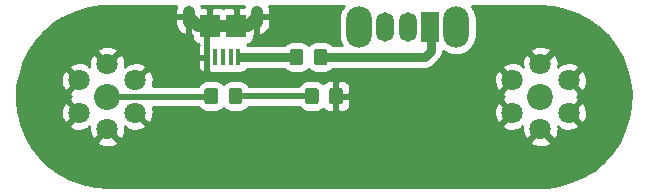
<source format=gbr>
G04 #@! TF.GenerationSoftware,KiCad,Pcbnew,(5.1.5)-3*
G04 #@! TF.CreationDate,2021-05-02T18:30:09+02:00*
G04 #@! TF.ProjectId,Stacked desk light,53746163-6b65-4642-9064-65736b206c69,rev?*
G04 #@! TF.SameCoordinates,Original*
G04 #@! TF.FileFunction,Copper,L1,Top*
G04 #@! TF.FilePolarity,Positive*
%FSLAX46Y46*%
G04 Gerber Fmt 4.6, Leading zero omitted, Abs format (unit mm)*
G04 Created by KiCad (PCBNEW (5.1.5)-3) date 2021-05-02 18:30:09*
%MOMM*%
%LPD*%
G04 APERTURE LIST*
%ADD10C,2.200000*%
%ADD11C,1.800000*%
%ADD12O,2.200000X3.500000*%
%ADD13O,1.500000X2.500000*%
%ADD14R,1.500000X2.500000*%
%ADD15C,0.100000*%
%ADD16O,1.050000X1.900000*%
%ADD17R,1.750000X1.900000*%
%ADD18R,0.400000X1.400000*%
%ADD19C,0.500000*%
%ADD20C,1.000000*%
%ADD21C,0.750000*%
%ADD22C,0.254000*%
G04 APERTURE END LIST*
D10*
X81662804Y-99939092D03*
D11*
X79281234Y-98564092D03*
X81662804Y-97189092D03*
X84044374Y-98564092D03*
X84044374Y-101314092D03*
X81662804Y-102689092D03*
X79281234Y-101314092D03*
D10*
X118337168Y-99939092D03*
D11*
X115955598Y-98564092D03*
X118337168Y-97189092D03*
X120718738Y-98564092D03*
X120718738Y-101314092D03*
X118337168Y-102689092D03*
X115955598Y-101314092D03*
D12*
X103000000Y-94050000D03*
X111200000Y-94050000D03*
D13*
X105200000Y-94050000D03*
X107100000Y-94050000D03*
D14*
X109000000Y-94050000D03*
G04 #@! TA.AperFunction,SMDPad,CuDef*
D15*
G36*
X98024505Y-95901204D02*
G01*
X98048773Y-95904804D01*
X98072572Y-95910765D01*
X98095671Y-95919030D01*
X98117850Y-95929520D01*
X98138893Y-95942132D01*
X98158599Y-95956747D01*
X98176777Y-95973223D01*
X98193253Y-95991401D01*
X98207868Y-96011107D01*
X98220480Y-96032150D01*
X98230970Y-96054329D01*
X98239235Y-96077428D01*
X98245196Y-96101227D01*
X98248796Y-96125495D01*
X98250000Y-96149999D01*
X98250000Y-97050001D01*
X98248796Y-97074505D01*
X98245196Y-97098773D01*
X98239235Y-97122572D01*
X98230970Y-97145671D01*
X98220480Y-97167850D01*
X98207868Y-97188893D01*
X98193253Y-97208599D01*
X98176777Y-97226777D01*
X98158599Y-97243253D01*
X98138893Y-97257868D01*
X98117850Y-97270480D01*
X98095671Y-97280970D01*
X98072572Y-97289235D01*
X98048773Y-97295196D01*
X98024505Y-97298796D01*
X98000001Y-97300000D01*
X97349999Y-97300000D01*
X97325495Y-97298796D01*
X97301227Y-97295196D01*
X97277428Y-97289235D01*
X97254329Y-97280970D01*
X97232150Y-97270480D01*
X97211107Y-97257868D01*
X97191401Y-97243253D01*
X97173223Y-97226777D01*
X97156747Y-97208599D01*
X97142132Y-97188893D01*
X97129520Y-97167850D01*
X97119030Y-97145671D01*
X97110765Y-97122572D01*
X97104804Y-97098773D01*
X97101204Y-97074505D01*
X97100000Y-97050001D01*
X97100000Y-96149999D01*
X97101204Y-96125495D01*
X97104804Y-96101227D01*
X97110765Y-96077428D01*
X97119030Y-96054329D01*
X97129520Y-96032150D01*
X97142132Y-96011107D01*
X97156747Y-95991401D01*
X97173223Y-95973223D01*
X97191401Y-95956747D01*
X97211107Y-95942132D01*
X97232150Y-95929520D01*
X97254329Y-95919030D01*
X97277428Y-95910765D01*
X97301227Y-95904804D01*
X97325495Y-95901204D01*
X97349999Y-95900000D01*
X98000001Y-95900000D01*
X98024505Y-95901204D01*
G37*
G04 #@! TD.AperFunction*
G04 #@! TA.AperFunction,SMDPad,CuDef*
G36*
X100074505Y-95901204D02*
G01*
X100098773Y-95904804D01*
X100122572Y-95910765D01*
X100145671Y-95919030D01*
X100167850Y-95929520D01*
X100188893Y-95942132D01*
X100208599Y-95956747D01*
X100226777Y-95973223D01*
X100243253Y-95991401D01*
X100257868Y-96011107D01*
X100270480Y-96032150D01*
X100280970Y-96054329D01*
X100289235Y-96077428D01*
X100295196Y-96101227D01*
X100298796Y-96125495D01*
X100300000Y-96149999D01*
X100300000Y-97050001D01*
X100298796Y-97074505D01*
X100295196Y-97098773D01*
X100289235Y-97122572D01*
X100280970Y-97145671D01*
X100270480Y-97167850D01*
X100257868Y-97188893D01*
X100243253Y-97208599D01*
X100226777Y-97226777D01*
X100208599Y-97243253D01*
X100188893Y-97257868D01*
X100167850Y-97270480D01*
X100145671Y-97280970D01*
X100122572Y-97289235D01*
X100098773Y-97295196D01*
X100074505Y-97298796D01*
X100050001Y-97300000D01*
X99399999Y-97300000D01*
X99375495Y-97298796D01*
X99351227Y-97295196D01*
X99327428Y-97289235D01*
X99304329Y-97280970D01*
X99282150Y-97270480D01*
X99261107Y-97257868D01*
X99241401Y-97243253D01*
X99223223Y-97226777D01*
X99206747Y-97208599D01*
X99192132Y-97188893D01*
X99179520Y-97167850D01*
X99169030Y-97145671D01*
X99160765Y-97122572D01*
X99154804Y-97098773D01*
X99151204Y-97074505D01*
X99150000Y-97050001D01*
X99150000Y-96149999D01*
X99151204Y-96125495D01*
X99154804Y-96101227D01*
X99160765Y-96077428D01*
X99169030Y-96054329D01*
X99179520Y-96032150D01*
X99192132Y-96011107D01*
X99206747Y-95991401D01*
X99223223Y-95973223D01*
X99241401Y-95956747D01*
X99261107Y-95942132D01*
X99282150Y-95929520D01*
X99304329Y-95919030D01*
X99327428Y-95910765D01*
X99351227Y-95904804D01*
X99375495Y-95901204D01*
X99399999Y-95900000D01*
X100050001Y-95900000D01*
X100074505Y-95901204D01*
G37*
G04 #@! TD.AperFunction*
D16*
X88575000Y-93200000D03*
X94325000Y-93200000D03*
D17*
X92575000Y-93950000D03*
D18*
X91450000Y-96600000D03*
X90800000Y-96600000D03*
X90150000Y-96600000D03*
X92750000Y-96600000D03*
X92100000Y-96600000D03*
D17*
X90325000Y-93950000D03*
G04 #@! TA.AperFunction,SMDPad,CuDef*
D15*
G36*
X90819505Y-99201204D02*
G01*
X90843773Y-99204804D01*
X90867572Y-99210765D01*
X90890671Y-99219030D01*
X90912850Y-99229520D01*
X90933893Y-99242132D01*
X90953599Y-99256747D01*
X90971777Y-99273223D01*
X90988253Y-99291401D01*
X91002868Y-99311107D01*
X91015480Y-99332150D01*
X91025970Y-99354329D01*
X91034235Y-99377428D01*
X91040196Y-99401227D01*
X91043796Y-99425495D01*
X91045000Y-99449999D01*
X91045000Y-100350001D01*
X91043796Y-100374505D01*
X91040196Y-100398773D01*
X91034235Y-100422572D01*
X91025970Y-100445671D01*
X91015480Y-100467850D01*
X91002868Y-100488893D01*
X90988253Y-100508599D01*
X90971777Y-100526777D01*
X90953599Y-100543253D01*
X90933893Y-100557868D01*
X90912850Y-100570480D01*
X90890671Y-100580970D01*
X90867572Y-100589235D01*
X90843773Y-100595196D01*
X90819505Y-100598796D01*
X90795001Y-100600000D01*
X90144999Y-100600000D01*
X90120495Y-100598796D01*
X90096227Y-100595196D01*
X90072428Y-100589235D01*
X90049329Y-100580970D01*
X90027150Y-100570480D01*
X90006107Y-100557868D01*
X89986401Y-100543253D01*
X89968223Y-100526777D01*
X89951747Y-100508599D01*
X89937132Y-100488893D01*
X89924520Y-100467850D01*
X89914030Y-100445671D01*
X89905765Y-100422572D01*
X89899804Y-100398773D01*
X89896204Y-100374505D01*
X89895000Y-100350001D01*
X89895000Y-99449999D01*
X89896204Y-99425495D01*
X89899804Y-99401227D01*
X89905765Y-99377428D01*
X89914030Y-99354329D01*
X89924520Y-99332150D01*
X89937132Y-99311107D01*
X89951747Y-99291401D01*
X89968223Y-99273223D01*
X89986401Y-99256747D01*
X90006107Y-99242132D01*
X90027150Y-99229520D01*
X90049329Y-99219030D01*
X90072428Y-99210765D01*
X90096227Y-99204804D01*
X90120495Y-99201204D01*
X90144999Y-99200000D01*
X90795001Y-99200000D01*
X90819505Y-99201204D01*
G37*
G04 #@! TD.AperFunction*
G04 #@! TA.AperFunction,SMDPad,CuDef*
G36*
X92869505Y-99201204D02*
G01*
X92893773Y-99204804D01*
X92917572Y-99210765D01*
X92940671Y-99219030D01*
X92962850Y-99229520D01*
X92983893Y-99242132D01*
X93003599Y-99256747D01*
X93021777Y-99273223D01*
X93038253Y-99291401D01*
X93052868Y-99311107D01*
X93065480Y-99332150D01*
X93075970Y-99354329D01*
X93084235Y-99377428D01*
X93090196Y-99401227D01*
X93093796Y-99425495D01*
X93095000Y-99449999D01*
X93095000Y-100350001D01*
X93093796Y-100374505D01*
X93090196Y-100398773D01*
X93084235Y-100422572D01*
X93075970Y-100445671D01*
X93065480Y-100467850D01*
X93052868Y-100488893D01*
X93038253Y-100508599D01*
X93021777Y-100526777D01*
X93003599Y-100543253D01*
X92983893Y-100557868D01*
X92962850Y-100570480D01*
X92940671Y-100580970D01*
X92917572Y-100589235D01*
X92893773Y-100595196D01*
X92869505Y-100598796D01*
X92845001Y-100600000D01*
X92194999Y-100600000D01*
X92170495Y-100598796D01*
X92146227Y-100595196D01*
X92122428Y-100589235D01*
X92099329Y-100580970D01*
X92077150Y-100570480D01*
X92056107Y-100557868D01*
X92036401Y-100543253D01*
X92018223Y-100526777D01*
X92001747Y-100508599D01*
X91987132Y-100488893D01*
X91974520Y-100467850D01*
X91964030Y-100445671D01*
X91955765Y-100422572D01*
X91949804Y-100398773D01*
X91946204Y-100374505D01*
X91945000Y-100350001D01*
X91945000Y-99449999D01*
X91946204Y-99425495D01*
X91949804Y-99401227D01*
X91955765Y-99377428D01*
X91964030Y-99354329D01*
X91974520Y-99332150D01*
X91987132Y-99311107D01*
X92001747Y-99291401D01*
X92018223Y-99273223D01*
X92036401Y-99256747D01*
X92056107Y-99242132D01*
X92077150Y-99229520D01*
X92099329Y-99219030D01*
X92122428Y-99210765D01*
X92146227Y-99204804D01*
X92170495Y-99201204D01*
X92194999Y-99200000D01*
X92845001Y-99200000D01*
X92869505Y-99201204D01*
G37*
G04 #@! TD.AperFunction*
G04 #@! TA.AperFunction,SMDPad,CuDef*
G36*
X99329505Y-99201204D02*
G01*
X99353773Y-99204804D01*
X99377572Y-99210765D01*
X99400671Y-99219030D01*
X99422850Y-99229520D01*
X99443893Y-99242132D01*
X99463599Y-99256747D01*
X99481777Y-99273223D01*
X99498253Y-99291401D01*
X99512868Y-99311107D01*
X99525480Y-99332150D01*
X99535970Y-99354329D01*
X99544235Y-99377428D01*
X99550196Y-99401227D01*
X99553796Y-99425495D01*
X99555000Y-99449999D01*
X99555000Y-100350001D01*
X99553796Y-100374505D01*
X99550196Y-100398773D01*
X99544235Y-100422572D01*
X99535970Y-100445671D01*
X99525480Y-100467850D01*
X99512868Y-100488893D01*
X99498253Y-100508599D01*
X99481777Y-100526777D01*
X99463599Y-100543253D01*
X99443893Y-100557868D01*
X99422850Y-100570480D01*
X99400671Y-100580970D01*
X99377572Y-100589235D01*
X99353773Y-100595196D01*
X99329505Y-100598796D01*
X99305001Y-100600000D01*
X98654999Y-100600000D01*
X98630495Y-100598796D01*
X98606227Y-100595196D01*
X98582428Y-100589235D01*
X98559329Y-100580970D01*
X98537150Y-100570480D01*
X98516107Y-100557868D01*
X98496401Y-100543253D01*
X98478223Y-100526777D01*
X98461747Y-100508599D01*
X98447132Y-100488893D01*
X98434520Y-100467850D01*
X98424030Y-100445671D01*
X98415765Y-100422572D01*
X98409804Y-100398773D01*
X98406204Y-100374505D01*
X98405000Y-100350001D01*
X98405000Y-99449999D01*
X98406204Y-99425495D01*
X98409804Y-99401227D01*
X98415765Y-99377428D01*
X98424030Y-99354329D01*
X98434520Y-99332150D01*
X98447132Y-99311107D01*
X98461747Y-99291401D01*
X98478223Y-99273223D01*
X98496401Y-99256747D01*
X98516107Y-99242132D01*
X98537150Y-99229520D01*
X98559329Y-99219030D01*
X98582428Y-99210765D01*
X98606227Y-99204804D01*
X98630495Y-99201204D01*
X98654999Y-99200000D01*
X99305001Y-99200000D01*
X99329505Y-99201204D01*
G37*
G04 #@! TD.AperFunction*
G04 #@! TA.AperFunction,SMDPad,CuDef*
G36*
X101379505Y-99201204D02*
G01*
X101403773Y-99204804D01*
X101427572Y-99210765D01*
X101450671Y-99219030D01*
X101472850Y-99229520D01*
X101493893Y-99242132D01*
X101513599Y-99256747D01*
X101531777Y-99273223D01*
X101548253Y-99291401D01*
X101562868Y-99311107D01*
X101575480Y-99332150D01*
X101585970Y-99354329D01*
X101594235Y-99377428D01*
X101600196Y-99401227D01*
X101603796Y-99425495D01*
X101605000Y-99449999D01*
X101605000Y-100350001D01*
X101603796Y-100374505D01*
X101600196Y-100398773D01*
X101594235Y-100422572D01*
X101585970Y-100445671D01*
X101575480Y-100467850D01*
X101562868Y-100488893D01*
X101548253Y-100508599D01*
X101531777Y-100526777D01*
X101513599Y-100543253D01*
X101493893Y-100557868D01*
X101472850Y-100570480D01*
X101450671Y-100580970D01*
X101427572Y-100589235D01*
X101403773Y-100595196D01*
X101379505Y-100598796D01*
X101355001Y-100600000D01*
X100704999Y-100600000D01*
X100680495Y-100598796D01*
X100656227Y-100595196D01*
X100632428Y-100589235D01*
X100609329Y-100580970D01*
X100587150Y-100570480D01*
X100566107Y-100557868D01*
X100546401Y-100543253D01*
X100528223Y-100526777D01*
X100511747Y-100508599D01*
X100497132Y-100488893D01*
X100484520Y-100467850D01*
X100474030Y-100445671D01*
X100465765Y-100422572D01*
X100459804Y-100398773D01*
X100456204Y-100374505D01*
X100455000Y-100350001D01*
X100455000Y-99449999D01*
X100456204Y-99425495D01*
X100459804Y-99401227D01*
X100465765Y-99377428D01*
X100474030Y-99354329D01*
X100484520Y-99332150D01*
X100497132Y-99311107D01*
X100511747Y-99291401D01*
X100528223Y-99273223D01*
X100546401Y-99256747D01*
X100566107Y-99242132D01*
X100587150Y-99229520D01*
X100609329Y-99219030D01*
X100632428Y-99210765D01*
X100656227Y-99204804D01*
X100680495Y-99201204D01*
X100704999Y-99200000D01*
X101355001Y-99200000D01*
X101379505Y-99201204D01*
G37*
G04 #@! TD.AperFunction*
D19*
X90150000Y-94125000D02*
X90325000Y-93950000D01*
X90150000Y-96600000D02*
X90150000Y-94125000D01*
D20*
X90325000Y-93950000D02*
X92575000Y-93950000D01*
X93575000Y-93950000D02*
X94325000Y-93200000D01*
X92575000Y-93950000D02*
X93575000Y-93950000D01*
X89325000Y-93950000D02*
X88575000Y-93200000D01*
X90325000Y-93950000D02*
X89325000Y-93950000D01*
D19*
X90150000Y-96600000D02*
X90150000Y-97850000D01*
X90430908Y-99939092D02*
X90470000Y-99900000D01*
X81662804Y-99939092D02*
X90430908Y-99939092D01*
D21*
X97675000Y-96600000D02*
X92875001Y-96600000D01*
X109100000Y-94050000D02*
X109100000Y-96050000D01*
X109100000Y-96050000D02*
X108550000Y-96600000D01*
X108550000Y-96600000D02*
X99725000Y-96600000D01*
D19*
X92530000Y-99930000D02*
X92520000Y-99940000D01*
X98980000Y-99930000D02*
X92530000Y-99930000D01*
D22*
G36*
X87462066Y-92424135D02*
G01*
X87415000Y-92648000D01*
X87415000Y-93073000D01*
X88448000Y-93073000D01*
X88448000Y-93053000D01*
X88702000Y-93053000D01*
X88702000Y-93073000D01*
X88722000Y-93073000D01*
X88722000Y-93327000D01*
X88702000Y-93327000D01*
X88702000Y-94618163D01*
X88812871Y-94696166D01*
X88811928Y-94900000D01*
X88824188Y-95024482D01*
X88860498Y-95144180D01*
X88919463Y-95254494D01*
X88998815Y-95351185D01*
X89095506Y-95430537D01*
X89205820Y-95489502D01*
X89325518Y-95525812D01*
X89428224Y-95535927D01*
X89413997Y-95553826D01*
X89356761Y-95665046D01*
X89322323Y-95785296D01*
X89312006Y-95909954D01*
X89315000Y-96314250D01*
X89473750Y-96473000D01*
X89961928Y-96473000D01*
X89961928Y-96727000D01*
X89473750Y-96727000D01*
X89315000Y-96885750D01*
X89312006Y-97290046D01*
X89322323Y-97414704D01*
X89356761Y-97534954D01*
X89413997Y-97646174D01*
X89491831Y-97744092D01*
X89587273Y-97824943D01*
X89696654Y-97885621D01*
X89815771Y-97923794D01*
X89918250Y-97935000D01*
X90077000Y-97776250D01*
X90077000Y-97663678D01*
X90148815Y-97751185D01*
X90245506Y-97830537D01*
X90313782Y-97867032D01*
X90381750Y-97935000D01*
X90472936Y-97925029D01*
X90475518Y-97925812D01*
X90600000Y-97938072D01*
X91000000Y-97938072D01*
X91124482Y-97925812D01*
X91125000Y-97925655D01*
X91125518Y-97925812D01*
X91250000Y-97938072D01*
X91650000Y-97938072D01*
X91774482Y-97925812D01*
X91775000Y-97925655D01*
X91775518Y-97925812D01*
X91900000Y-97938072D01*
X92300000Y-97938072D01*
X92424482Y-97925812D01*
X92425000Y-97925655D01*
X92425518Y-97925812D01*
X92550000Y-97938072D01*
X92950000Y-97938072D01*
X93074482Y-97925812D01*
X93194180Y-97889502D01*
X93304494Y-97830537D01*
X93401185Y-97751185D01*
X93480537Y-97654494D01*
X93504320Y-97610000D01*
X96666263Y-97610000D01*
X96722038Y-97677962D01*
X96856613Y-97788405D01*
X97010149Y-97870472D01*
X97176745Y-97921008D01*
X97349999Y-97938072D01*
X98000001Y-97938072D01*
X98173255Y-97921008D01*
X98339851Y-97870472D01*
X98493387Y-97788405D01*
X98627962Y-97677962D01*
X98700000Y-97590184D01*
X98772038Y-97677962D01*
X98906613Y-97788405D01*
X99060149Y-97870472D01*
X99226745Y-97921008D01*
X99399999Y-97938072D01*
X100050001Y-97938072D01*
X100223255Y-97921008D01*
X100389851Y-97870472D01*
X100543387Y-97788405D01*
X100677962Y-97677962D01*
X100733737Y-97610000D01*
X108500392Y-97610000D01*
X108550000Y-97614886D01*
X108747994Y-97595385D01*
X108938380Y-97537632D01*
X109008762Y-97500012D01*
X115071123Y-97500012D01*
X115955598Y-98384487D01*
X115969741Y-98370345D01*
X116149346Y-98549950D01*
X116135203Y-98564092D01*
X116149346Y-98578235D01*
X115969741Y-98757840D01*
X115955598Y-98743697D01*
X115071123Y-99628172D01*
X115154806Y-99882353D01*
X115266633Y-99936057D01*
X115154806Y-99995831D01*
X115071123Y-100250012D01*
X115955598Y-101134487D01*
X115969741Y-101120345D01*
X116149346Y-101299950D01*
X116135203Y-101314092D01*
X116149346Y-101328235D01*
X115969741Y-101507840D01*
X115955598Y-101493697D01*
X115071123Y-102378172D01*
X115154806Y-102632353D01*
X115427373Y-102763250D01*
X115720240Y-102838457D01*
X116022151Y-102855083D01*
X116321505Y-102812489D01*
X116606797Y-102712314D01*
X116756390Y-102632353D01*
X116812322Y-102462463D01*
X116796177Y-102755645D01*
X116838771Y-103054999D01*
X116938946Y-103340291D01*
X117018907Y-103489884D01*
X117273088Y-103573567D01*
X118157563Y-102689092D01*
X118143421Y-102674950D01*
X118323026Y-102495345D01*
X118337168Y-102509487D01*
X118351311Y-102495345D01*
X118530916Y-102674950D01*
X118516773Y-102689092D01*
X119401248Y-103573567D01*
X119655429Y-103489884D01*
X119786326Y-103217317D01*
X119861533Y-102924450D01*
X119878159Y-102622539D01*
X119850335Y-102426989D01*
X119917946Y-102632353D01*
X120190513Y-102763250D01*
X120483380Y-102838457D01*
X120785291Y-102855083D01*
X121084645Y-102812489D01*
X121369937Y-102712314D01*
X121519530Y-102632353D01*
X121603213Y-102378172D01*
X120718738Y-101493697D01*
X120704596Y-101507840D01*
X120524991Y-101328235D01*
X120539133Y-101314092D01*
X120898343Y-101314092D01*
X121782818Y-102198567D01*
X122036999Y-102114884D01*
X122167896Y-101842317D01*
X122243103Y-101549450D01*
X122259729Y-101247539D01*
X122217135Y-100948185D01*
X122116960Y-100662893D01*
X122036999Y-100513300D01*
X121782818Y-100429617D01*
X120898343Y-101314092D01*
X120539133Y-101314092D01*
X120524991Y-101299950D01*
X120704596Y-101120345D01*
X120718738Y-101134487D01*
X121603213Y-100250012D01*
X121519530Y-99995831D01*
X121407703Y-99942127D01*
X121519530Y-99882353D01*
X121603213Y-99628172D01*
X120718738Y-98743697D01*
X120704596Y-98757840D01*
X120524991Y-98578235D01*
X120539133Y-98564092D01*
X120898343Y-98564092D01*
X121782818Y-99448567D01*
X122036999Y-99364884D01*
X122167896Y-99092317D01*
X122243103Y-98799450D01*
X122259729Y-98497539D01*
X122217135Y-98198185D01*
X122116960Y-97912893D01*
X122036999Y-97763300D01*
X121782818Y-97679617D01*
X120898343Y-98564092D01*
X120539133Y-98564092D01*
X120524991Y-98549950D01*
X120704596Y-98370345D01*
X120718738Y-98384487D01*
X121603213Y-97500012D01*
X121519530Y-97245831D01*
X121246963Y-97114934D01*
X120954096Y-97039727D01*
X120652185Y-97023101D01*
X120352831Y-97065695D01*
X120067539Y-97165870D01*
X119917946Y-97245831D01*
X119862014Y-97415721D01*
X119878159Y-97122539D01*
X119835565Y-96823185D01*
X119735390Y-96537893D01*
X119655429Y-96388300D01*
X119401248Y-96304617D01*
X118516773Y-97189092D01*
X118530916Y-97203235D01*
X118351311Y-97382840D01*
X118337168Y-97368697D01*
X118323026Y-97382840D01*
X118143421Y-97203235D01*
X118157563Y-97189092D01*
X117273088Y-96304617D01*
X117018907Y-96388300D01*
X116888010Y-96660867D01*
X116812803Y-96953734D01*
X116796177Y-97255645D01*
X116824001Y-97451195D01*
X116756390Y-97245831D01*
X116483823Y-97114934D01*
X116190956Y-97039727D01*
X115889045Y-97023101D01*
X115589691Y-97065695D01*
X115304399Y-97165870D01*
X115154806Y-97245831D01*
X115071123Y-97500012D01*
X109008762Y-97500012D01*
X109113840Y-97443847D01*
X109267633Y-97317633D01*
X109299261Y-97279094D01*
X109779094Y-96799261D01*
X109817633Y-96767633D01*
X109943847Y-96613840D01*
X110037632Y-96438380D01*
X110095385Y-96247994D01*
X110110000Y-96099608D01*
X110110000Y-96099599D01*
X110114526Y-96053645D01*
X110231422Y-96149579D01*
X110532832Y-96310686D01*
X110859881Y-96409895D01*
X111200000Y-96443394D01*
X111540118Y-96409895D01*
X111867167Y-96310686D01*
X112168577Y-96149579D01*
X112198512Y-96125012D01*
X117452693Y-96125012D01*
X118337168Y-97009487D01*
X119221643Y-96125012D01*
X119137960Y-95870831D01*
X118865393Y-95739934D01*
X118572526Y-95664727D01*
X118270615Y-95648101D01*
X117971261Y-95690695D01*
X117685969Y-95790870D01*
X117536376Y-95870831D01*
X117452693Y-96125012D01*
X112198512Y-96125012D01*
X112432766Y-95932766D01*
X112649579Y-95668578D01*
X112810686Y-95367168D01*
X112909895Y-95040119D01*
X112935000Y-94785225D01*
X112935000Y-93314775D01*
X112909895Y-93059881D01*
X112810686Y-92732832D01*
X112649579Y-92431422D01*
X112530465Y-92286281D01*
X118314124Y-92286281D01*
X119402010Y-92362354D01*
X120446123Y-92584286D01*
X121449193Y-92949374D01*
X122391691Y-93450509D01*
X123255261Y-94077931D01*
X124023116Y-94819440D01*
X124680300Y-95660596D01*
X125214023Y-96585031D01*
X125613890Y-97574739D01*
X125872129Y-98610477D01*
X125983707Y-99672065D01*
X125946454Y-100738861D01*
X125761094Y-101790086D01*
X125431237Y-102805280D01*
X124963303Y-103764688D01*
X124366397Y-104649638D01*
X123652136Y-105442906D01*
X122834434Y-106129040D01*
X121929188Y-106694699D01*
X120954033Y-107128867D01*
X119927940Y-107423094D01*
X118859439Y-107573262D01*
X118325646Y-107591903D01*
X81685848Y-107591903D01*
X80597961Y-107515830D01*
X79553849Y-107293898D01*
X78550779Y-106928810D01*
X77608290Y-106427680D01*
X76744710Y-105800253D01*
X75976856Y-105058744D01*
X75319672Y-104217588D01*
X75051542Y-103753172D01*
X80778329Y-103753172D01*
X80862012Y-104007353D01*
X81134579Y-104138250D01*
X81427446Y-104213457D01*
X81729357Y-104230083D01*
X82028711Y-104187489D01*
X82314003Y-104087314D01*
X82463596Y-104007353D01*
X82547279Y-103753172D01*
X117452693Y-103753172D01*
X117536376Y-104007353D01*
X117808943Y-104138250D01*
X118101810Y-104213457D01*
X118403721Y-104230083D01*
X118703075Y-104187489D01*
X118988367Y-104087314D01*
X119137960Y-104007353D01*
X119221643Y-103753172D01*
X118337168Y-102868697D01*
X117452693Y-103753172D01*
X82547279Y-103753172D01*
X81662804Y-102868697D01*
X80778329Y-103753172D01*
X75051542Y-103753172D01*
X74785951Y-103293155D01*
X74386082Y-102303445D01*
X74156002Y-101380645D01*
X77740243Y-101380645D01*
X77782837Y-101679999D01*
X77883012Y-101965291D01*
X77962973Y-102114884D01*
X78217154Y-102198567D01*
X79101629Y-101314092D01*
X78217154Y-100429617D01*
X77962973Y-100513300D01*
X77832076Y-100785867D01*
X77756869Y-101078734D01*
X77740243Y-101380645D01*
X74156002Y-101380645D01*
X74127843Y-101267706D01*
X74016266Y-100206118D01*
X74053518Y-99139323D01*
X74143211Y-98630645D01*
X77740243Y-98630645D01*
X77782837Y-98929999D01*
X77883012Y-99215291D01*
X77962973Y-99364884D01*
X78217154Y-99448567D01*
X79101629Y-98564092D01*
X78217154Y-97679617D01*
X77962973Y-97763300D01*
X77832076Y-98035867D01*
X77756869Y-98328734D01*
X77740243Y-98630645D01*
X74143211Y-98630645D01*
X74238878Y-98088098D01*
X74429958Y-97500012D01*
X78396759Y-97500012D01*
X79281234Y-98384487D01*
X79295377Y-98370345D01*
X79474982Y-98549950D01*
X79460839Y-98564092D01*
X79474982Y-98578235D01*
X79295377Y-98757840D01*
X79281234Y-98743697D01*
X78396759Y-99628172D01*
X78480442Y-99882353D01*
X78592269Y-99936057D01*
X78480442Y-99995831D01*
X78396759Y-100250012D01*
X79281234Y-101134487D01*
X79295377Y-101120345D01*
X79474982Y-101299950D01*
X79460839Y-101314092D01*
X79474982Y-101328235D01*
X79295377Y-101507840D01*
X79281234Y-101493697D01*
X78396759Y-102378172D01*
X78480442Y-102632353D01*
X78753009Y-102763250D01*
X79045876Y-102838457D01*
X79347787Y-102855083D01*
X79647141Y-102812489D01*
X79932433Y-102712314D01*
X80082026Y-102632353D01*
X80137958Y-102462463D01*
X80121813Y-102755645D01*
X80164407Y-103054999D01*
X80264582Y-103340291D01*
X80344543Y-103489884D01*
X80598724Y-103573567D01*
X81483199Y-102689092D01*
X81469057Y-102674950D01*
X81648662Y-102495345D01*
X81662804Y-102509487D01*
X81676947Y-102495345D01*
X81856552Y-102674950D01*
X81842409Y-102689092D01*
X82726884Y-103573567D01*
X82981065Y-103489884D01*
X83111962Y-103217317D01*
X83187169Y-102924450D01*
X83203795Y-102622539D01*
X83175971Y-102426989D01*
X83243582Y-102632353D01*
X83516149Y-102763250D01*
X83809016Y-102838457D01*
X84110927Y-102855083D01*
X84410281Y-102812489D01*
X84695573Y-102712314D01*
X84845166Y-102632353D01*
X84928849Y-102378172D01*
X84044374Y-101493697D01*
X84030232Y-101507840D01*
X83850627Y-101328235D01*
X83864769Y-101314092D01*
X83850627Y-101299950D01*
X84030232Y-101120345D01*
X84044374Y-101134487D01*
X84058517Y-101120345D01*
X84238122Y-101299950D01*
X84223979Y-101314092D01*
X85108454Y-102198567D01*
X85362635Y-102114884D01*
X85493532Y-101842317D01*
X85568739Y-101549450D01*
X85578034Y-101380645D01*
X114414607Y-101380645D01*
X114457201Y-101679999D01*
X114557376Y-101965291D01*
X114637337Y-102114884D01*
X114891518Y-102198567D01*
X115775993Y-101314092D01*
X114891518Y-100429617D01*
X114637337Y-100513300D01*
X114506440Y-100785867D01*
X114431233Y-101078734D01*
X114414607Y-101380645D01*
X85578034Y-101380645D01*
X85585365Y-101247539D01*
X85542771Y-100948185D01*
X85499198Y-100824092D01*
X89396282Y-100824092D01*
X89406595Y-100843387D01*
X89517038Y-100977962D01*
X89651613Y-101088405D01*
X89805149Y-101170472D01*
X89971745Y-101221008D01*
X90144999Y-101238072D01*
X90795001Y-101238072D01*
X90968255Y-101221008D01*
X91134851Y-101170472D01*
X91288387Y-101088405D01*
X91422962Y-100977962D01*
X91495000Y-100890184D01*
X91567038Y-100977962D01*
X91701613Y-101088405D01*
X91855149Y-101170472D01*
X92021745Y-101221008D01*
X92194999Y-101238072D01*
X92845001Y-101238072D01*
X93018255Y-101221008D01*
X93184851Y-101170472D01*
X93338387Y-101088405D01*
X93472962Y-100977962D01*
X93583405Y-100843387D01*
X93598578Y-100815000D01*
X97901422Y-100815000D01*
X97916595Y-100843387D01*
X98027038Y-100977962D01*
X98161613Y-101088405D01*
X98315149Y-101170472D01*
X98481745Y-101221008D01*
X98654999Y-101238072D01*
X99305001Y-101238072D01*
X99478255Y-101221008D01*
X99644851Y-101170472D01*
X99798387Y-101088405D01*
X99932962Y-100977962D01*
X99938342Y-100971406D01*
X100003815Y-101051185D01*
X100100506Y-101130537D01*
X100210820Y-101189502D01*
X100330518Y-101225812D01*
X100455000Y-101238072D01*
X100744250Y-101235000D01*
X100903000Y-101076250D01*
X100903000Y-100027000D01*
X101157000Y-100027000D01*
X101157000Y-101076250D01*
X101315750Y-101235000D01*
X101605000Y-101238072D01*
X101729482Y-101225812D01*
X101849180Y-101189502D01*
X101959494Y-101130537D01*
X102056185Y-101051185D01*
X102135537Y-100954494D01*
X102194502Y-100844180D01*
X102230812Y-100724482D01*
X102243072Y-100600000D01*
X102240000Y-100185750D01*
X102081250Y-100027000D01*
X101157000Y-100027000D01*
X100903000Y-100027000D01*
X100883000Y-100027000D01*
X100883000Y-99773000D01*
X100903000Y-99773000D01*
X100903000Y-98723750D01*
X101157000Y-98723750D01*
X101157000Y-99773000D01*
X102081250Y-99773000D01*
X102240000Y-99614250D01*
X102243072Y-99200000D01*
X102230812Y-99075518D01*
X102194502Y-98955820D01*
X102135537Y-98845506D01*
X102056185Y-98748815D01*
X101959494Y-98669463D01*
X101886872Y-98630645D01*
X114414607Y-98630645D01*
X114457201Y-98929999D01*
X114557376Y-99215291D01*
X114637337Y-99364884D01*
X114891518Y-99448567D01*
X115775993Y-98564092D01*
X114891518Y-97679617D01*
X114637337Y-97763300D01*
X114506440Y-98035867D01*
X114431233Y-98328734D01*
X114414607Y-98630645D01*
X101886872Y-98630645D01*
X101849180Y-98610498D01*
X101729482Y-98574188D01*
X101605000Y-98561928D01*
X101315750Y-98565000D01*
X101157000Y-98723750D01*
X100903000Y-98723750D01*
X100744250Y-98565000D01*
X100455000Y-98561928D01*
X100330518Y-98574188D01*
X100210820Y-98610498D01*
X100100506Y-98669463D01*
X100003815Y-98748815D01*
X99938342Y-98828594D01*
X99932962Y-98822038D01*
X99798387Y-98711595D01*
X99644851Y-98629528D01*
X99478255Y-98578992D01*
X99305001Y-98561928D01*
X98654999Y-98561928D01*
X98481745Y-98578992D01*
X98315149Y-98629528D01*
X98161613Y-98711595D01*
X98027038Y-98822038D01*
X97916595Y-98956613D01*
X97869351Y-99045000D01*
X93630649Y-99045000D01*
X93583405Y-98956613D01*
X93472962Y-98822038D01*
X93338387Y-98711595D01*
X93184851Y-98629528D01*
X93018255Y-98578992D01*
X92845001Y-98561928D01*
X92194999Y-98561928D01*
X92021745Y-98578992D01*
X91855149Y-98629528D01*
X91701613Y-98711595D01*
X91567038Y-98822038D01*
X91495000Y-98909816D01*
X91422962Y-98822038D01*
X91288387Y-98711595D01*
X91134851Y-98629528D01*
X90968255Y-98578992D01*
X90795001Y-98561928D01*
X90144999Y-98561928D01*
X89971745Y-98578992D01*
X89805149Y-98629528D01*
X89651613Y-98711595D01*
X89517038Y-98822038D01*
X89406595Y-98956613D01*
X89354491Y-99054092D01*
X85503348Y-99054092D01*
X85568739Y-98799450D01*
X85585365Y-98497539D01*
X85542771Y-98198185D01*
X85442596Y-97912893D01*
X85362635Y-97763300D01*
X85108454Y-97679617D01*
X84223979Y-98564092D01*
X84238122Y-98578235D01*
X84058517Y-98757840D01*
X84044374Y-98743697D01*
X84030232Y-98757840D01*
X83850627Y-98578235D01*
X83864769Y-98564092D01*
X83850627Y-98549950D01*
X84030232Y-98370345D01*
X84044374Y-98384487D01*
X84928849Y-97500012D01*
X84845166Y-97245831D01*
X84572599Y-97114934D01*
X84279732Y-97039727D01*
X83977821Y-97023101D01*
X83678467Y-97065695D01*
X83393175Y-97165870D01*
X83243582Y-97245831D01*
X83187650Y-97415721D01*
X83203795Y-97122539D01*
X83161201Y-96823185D01*
X83061026Y-96537893D01*
X82981065Y-96388300D01*
X82726884Y-96304617D01*
X81842409Y-97189092D01*
X81856552Y-97203235D01*
X81676947Y-97382840D01*
X81662804Y-97368697D01*
X81648662Y-97382840D01*
X81469057Y-97203235D01*
X81483199Y-97189092D01*
X80598724Y-96304617D01*
X80344543Y-96388300D01*
X80213646Y-96660867D01*
X80138439Y-96953734D01*
X80121813Y-97255645D01*
X80149637Y-97451195D01*
X80082026Y-97245831D01*
X79809459Y-97114934D01*
X79516592Y-97039727D01*
X79214681Y-97023101D01*
X78915327Y-97065695D01*
X78630035Y-97165870D01*
X78480442Y-97245831D01*
X78396759Y-97500012D01*
X74429958Y-97500012D01*
X74568735Y-97072904D01*
X75031050Y-96125012D01*
X80778329Y-96125012D01*
X81662804Y-97009487D01*
X82547279Y-96125012D01*
X82463596Y-95870831D01*
X82191029Y-95739934D01*
X81898162Y-95664727D01*
X81596251Y-95648101D01*
X81296897Y-95690695D01*
X81011605Y-95790870D01*
X80862012Y-95870831D01*
X80778329Y-96125012D01*
X75031050Y-96125012D01*
X75036669Y-96113493D01*
X75633575Y-95228546D01*
X76347836Y-94435278D01*
X77165539Y-93749144D01*
X77841110Y-93327000D01*
X87415000Y-93327000D01*
X87415000Y-93752000D01*
X87462066Y-93975865D01*
X87551901Y-94186246D01*
X87681053Y-94375059D01*
X87844559Y-94535047D01*
X88036136Y-94660063D01*
X88269190Y-94743964D01*
X88448000Y-94618163D01*
X88448000Y-93327000D01*
X87415000Y-93327000D01*
X77841110Y-93327000D01*
X78070783Y-93183485D01*
X79045937Y-92749318D01*
X80072032Y-92455090D01*
X81140535Y-92304922D01*
X81674326Y-92286281D01*
X87520931Y-92286281D01*
X87462066Y-92424135D01*
G37*
X87462066Y-92424135D02*
X87415000Y-92648000D01*
X87415000Y-93073000D01*
X88448000Y-93073000D01*
X88448000Y-93053000D01*
X88702000Y-93053000D01*
X88702000Y-93073000D01*
X88722000Y-93073000D01*
X88722000Y-93327000D01*
X88702000Y-93327000D01*
X88702000Y-94618163D01*
X88812871Y-94696166D01*
X88811928Y-94900000D01*
X88824188Y-95024482D01*
X88860498Y-95144180D01*
X88919463Y-95254494D01*
X88998815Y-95351185D01*
X89095506Y-95430537D01*
X89205820Y-95489502D01*
X89325518Y-95525812D01*
X89428224Y-95535927D01*
X89413997Y-95553826D01*
X89356761Y-95665046D01*
X89322323Y-95785296D01*
X89312006Y-95909954D01*
X89315000Y-96314250D01*
X89473750Y-96473000D01*
X89961928Y-96473000D01*
X89961928Y-96727000D01*
X89473750Y-96727000D01*
X89315000Y-96885750D01*
X89312006Y-97290046D01*
X89322323Y-97414704D01*
X89356761Y-97534954D01*
X89413997Y-97646174D01*
X89491831Y-97744092D01*
X89587273Y-97824943D01*
X89696654Y-97885621D01*
X89815771Y-97923794D01*
X89918250Y-97935000D01*
X90077000Y-97776250D01*
X90077000Y-97663678D01*
X90148815Y-97751185D01*
X90245506Y-97830537D01*
X90313782Y-97867032D01*
X90381750Y-97935000D01*
X90472936Y-97925029D01*
X90475518Y-97925812D01*
X90600000Y-97938072D01*
X91000000Y-97938072D01*
X91124482Y-97925812D01*
X91125000Y-97925655D01*
X91125518Y-97925812D01*
X91250000Y-97938072D01*
X91650000Y-97938072D01*
X91774482Y-97925812D01*
X91775000Y-97925655D01*
X91775518Y-97925812D01*
X91900000Y-97938072D01*
X92300000Y-97938072D01*
X92424482Y-97925812D01*
X92425000Y-97925655D01*
X92425518Y-97925812D01*
X92550000Y-97938072D01*
X92950000Y-97938072D01*
X93074482Y-97925812D01*
X93194180Y-97889502D01*
X93304494Y-97830537D01*
X93401185Y-97751185D01*
X93480537Y-97654494D01*
X93504320Y-97610000D01*
X96666263Y-97610000D01*
X96722038Y-97677962D01*
X96856613Y-97788405D01*
X97010149Y-97870472D01*
X97176745Y-97921008D01*
X97349999Y-97938072D01*
X98000001Y-97938072D01*
X98173255Y-97921008D01*
X98339851Y-97870472D01*
X98493387Y-97788405D01*
X98627962Y-97677962D01*
X98700000Y-97590184D01*
X98772038Y-97677962D01*
X98906613Y-97788405D01*
X99060149Y-97870472D01*
X99226745Y-97921008D01*
X99399999Y-97938072D01*
X100050001Y-97938072D01*
X100223255Y-97921008D01*
X100389851Y-97870472D01*
X100543387Y-97788405D01*
X100677962Y-97677962D01*
X100733737Y-97610000D01*
X108500392Y-97610000D01*
X108550000Y-97614886D01*
X108747994Y-97595385D01*
X108938380Y-97537632D01*
X109008762Y-97500012D01*
X115071123Y-97500012D01*
X115955598Y-98384487D01*
X115969741Y-98370345D01*
X116149346Y-98549950D01*
X116135203Y-98564092D01*
X116149346Y-98578235D01*
X115969741Y-98757840D01*
X115955598Y-98743697D01*
X115071123Y-99628172D01*
X115154806Y-99882353D01*
X115266633Y-99936057D01*
X115154806Y-99995831D01*
X115071123Y-100250012D01*
X115955598Y-101134487D01*
X115969741Y-101120345D01*
X116149346Y-101299950D01*
X116135203Y-101314092D01*
X116149346Y-101328235D01*
X115969741Y-101507840D01*
X115955598Y-101493697D01*
X115071123Y-102378172D01*
X115154806Y-102632353D01*
X115427373Y-102763250D01*
X115720240Y-102838457D01*
X116022151Y-102855083D01*
X116321505Y-102812489D01*
X116606797Y-102712314D01*
X116756390Y-102632353D01*
X116812322Y-102462463D01*
X116796177Y-102755645D01*
X116838771Y-103054999D01*
X116938946Y-103340291D01*
X117018907Y-103489884D01*
X117273088Y-103573567D01*
X118157563Y-102689092D01*
X118143421Y-102674950D01*
X118323026Y-102495345D01*
X118337168Y-102509487D01*
X118351311Y-102495345D01*
X118530916Y-102674950D01*
X118516773Y-102689092D01*
X119401248Y-103573567D01*
X119655429Y-103489884D01*
X119786326Y-103217317D01*
X119861533Y-102924450D01*
X119878159Y-102622539D01*
X119850335Y-102426989D01*
X119917946Y-102632353D01*
X120190513Y-102763250D01*
X120483380Y-102838457D01*
X120785291Y-102855083D01*
X121084645Y-102812489D01*
X121369937Y-102712314D01*
X121519530Y-102632353D01*
X121603213Y-102378172D01*
X120718738Y-101493697D01*
X120704596Y-101507840D01*
X120524991Y-101328235D01*
X120539133Y-101314092D01*
X120898343Y-101314092D01*
X121782818Y-102198567D01*
X122036999Y-102114884D01*
X122167896Y-101842317D01*
X122243103Y-101549450D01*
X122259729Y-101247539D01*
X122217135Y-100948185D01*
X122116960Y-100662893D01*
X122036999Y-100513300D01*
X121782818Y-100429617D01*
X120898343Y-101314092D01*
X120539133Y-101314092D01*
X120524991Y-101299950D01*
X120704596Y-101120345D01*
X120718738Y-101134487D01*
X121603213Y-100250012D01*
X121519530Y-99995831D01*
X121407703Y-99942127D01*
X121519530Y-99882353D01*
X121603213Y-99628172D01*
X120718738Y-98743697D01*
X120704596Y-98757840D01*
X120524991Y-98578235D01*
X120539133Y-98564092D01*
X120898343Y-98564092D01*
X121782818Y-99448567D01*
X122036999Y-99364884D01*
X122167896Y-99092317D01*
X122243103Y-98799450D01*
X122259729Y-98497539D01*
X122217135Y-98198185D01*
X122116960Y-97912893D01*
X122036999Y-97763300D01*
X121782818Y-97679617D01*
X120898343Y-98564092D01*
X120539133Y-98564092D01*
X120524991Y-98549950D01*
X120704596Y-98370345D01*
X120718738Y-98384487D01*
X121603213Y-97500012D01*
X121519530Y-97245831D01*
X121246963Y-97114934D01*
X120954096Y-97039727D01*
X120652185Y-97023101D01*
X120352831Y-97065695D01*
X120067539Y-97165870D01*
X119917946Y-97245831D01*
X119862014Y-97415721D01*
X119878159Y-97122539D01*
X119835565Y-96823185D01*
X119735390Y-96537893D01*
X119655429Y-96388300D01*
X119401248Y-96304617D01*
X118516773Y-97189092D01*
X118530916Y-97203235D01*
X118351311Y-97382840D01*
X118337168Y-97368697D01*
X118323026Y-97382840D01*
X118143421Y-97203235D01*
X118157563Y-97189092D01*
X117273088Y-96304617D01*
X117018907Y-96388300D01*
X116888010Y-96660867D01*
X116812803Y-96953734D01*
X116796177Y-97255645D01*
X116824001Y-97451195D01*
X116756390Y-97245831D01*
X116483823Y-97114934D01*
X116190956Y-97039727D01*
X115889045Y-97023101D01*
X115589691Y-97065695D01*
X115304399Y-97165870D01*
X115154806Y-97245831D01*
X115071123Y-97500012D01*
X109008762Y-97500012D01*
X109113840Y-97443847D01*
X109267633Y-97317633D01*
X109299261Y-97279094D01*
X109779094Y-96799261D01*
X109817633Y-96767633D01*
X109943847Y-96613840D01*
X110037632Y-96438380D01*
X110095385Y-96247994D01*
X110110000Y-96099608D01*
X110110000Y-96099599D01*
X110114526Y-96053645D01*
X110231422Y-96149579D01*
X110532832Y-96310686D01*
X110859881Y-96409895D01*
X111200000Y-96443394D01*
X111540118Y-96409895D01*
X111867167Y-96310686D01*
X112168577Y-96149579D01*
X112198512Y-96125012D01*
X117452693Y-96125012D01*
X118337168Y-97009487D01*
X119221643Y-96125012D01*
X119137960Y-95870831D01*
X118865393Y-95739934D01*
X118572526Y-95664727D01*
X118270615Y-95648101D01*
X117971261Y-95690695D01*
X117685969Y-95790870D01*
X117536376Y-95870831D01*
X117452693Y-96125012D01*
X112198512Y-96125012D01*
X112432766Y-95932766D01*
X112649579Y-95668578D01*
X112810686Y-95367168D01*
X112909895Y-95040119D01*
X112935000Y-94785225D01*
X112935000Y-93314775D01*
X112909895Y-93059881D01*
X112810686Y-92732832D01*
X112649579Y-92431422D01*
X112530465Y-92286281D01*
X118314124Y-92286281D01*
X119402010Y-92362354D01*
X120446123Y-92584286D01*
X121449193Y-92949374D01*
X122391691Y-93450509D01*
X123255261Y-94077931D01*
X124023116Y-94819440D01*
X124680300Y-95660596D01*
X125214023Y-96585031D01*
X125613890Y-97574739D01*
X125872129Y-98610477D01*
X125983707Y-99672065D01*
X125946454Y-100738861D01*
X125761094Y-101790086D01*
X125431237Y-102805280D01*
X124963303Y-103764688D01*
X124366397Y-104649638D01*
X123652136Y-105442906D01*
X122834434Y-106129040D01*
X121929188Y-106694699D01*
X120954033Y-107128867D01*
X119927940Y-107423094D01*
X118859439Y-107573262D01*
X118325646Y-107591903D01*
X81685848Y-107591903D01*
X80597961Y-107515830D01*
X79553849Y-107293898D01*
X78550779Y-106928810D01*
X77608290Y-106427680D01*
X76744710Y-105800253D01*
X75976856Y-105058744D01*
X75319672Y-104217588D01*
X75051542Y-103753172D01*
X80778329Y-103753172D01*
X80862012Y-104007353D01*
X81134579Y-104138250D01*
X81427446Y-104213457D01*
X81729357Y-104230083D01*
X82028711Y-104187489D01*
X82314003Y-104087314D01*
X82463596Y-104007353D01*
X82547279Y-103753172D01*
X117452693Y-103753172D01*
X117536376Y-104007353D01*
X117808943Y-104138250D01*
X118101810Y-104213457D01*
X118403721Y-104230083D01*
X118703075Y-104187489D01*
X118988367Y-104087314D01*
X119137960Y-104007353D01*
X119221643Y-103753172D01*
X118337168Y-102868697D01*
X117452693Y-103753172D01*
X82547279Y-103753172D01*
X81662804Y-102868697D01*
X80778329Y-103753172D01*
X75051542Y-103753172D01*
X74785951Y-103293155D01*
X74386082Y-102303445D01*
X74156002Y-101380645D01*
X77740243Y-101380645D01*
X77782837Y-101679999D01*
X77883012Y-101965291D01*
X77962973Y-102114884D01*
X78217154Y-102198567D01*
X79101629Y-101314092D01*
X78217154Y-100429617D01*
X77962973Y-100513300D01*
X77832076Y-100785867D01*
X77756869Y-101078734D01*
X77740243Y-101380645D01*
X74156002Y-101380645D01*
X74127843Y-101267706D01*
X74016266Y-100206118D01*
X74053518Y-99139323D01*
X74143211Y-98630645D01*
X77740243Y-98630645D01*
X77782837Y-98929999D01*
X77883012Y-99215291D01*
X77962973Y-99364884D01*
X78217154Y-99448567D01*
X79101629Y-98564092D01*
X78217154Y-97679617D01*
X77962973Y-97763300D01*
X77832076Y-98035867D01*
X77756869Y-98328734D01*
X77740243Y-98630645D01*
X74143211Y-98630645D01*
X74238878Y-98088098D01*
X74429958Y-97500012D01*
X78396759Y-97500012D01*
X79281234Y-98384487D01*
X79295377Y-98370345D01*
X79474982Y-98549950D01*
X79460839Y-98564092D01*
X79474982Y-98578235D01*
X79295377Y-98757840D01*
X79281234Y-98743697D01*
X78396759Y-99628172D01*
X78480442Y-99882353D01*
X78592269Y-99936057D01*
X78480442Y-99995831D01*
X78396759Y-100250012D01*
X79281234Y-101134487D01*
X79295377Y-101120345D01*
X79474982Y-101299950D01*
X79460839Y-101314092D01*
X79474982Y-101328235D01*
X79295377Y-101507840D01*
X79281234Y-101493697D01*
X78396759Y-102378172D01*
X78480442Y-102632353D01*
X78753009Y-102763250D01*
X79045876Y-102838457D01*
X79347787Y-102855083D01*
X79647141Y-102812489D01*
X79932433Y-102712314D01*
X80082026Y-102632353D01*
X80137958Y-102462463D01*
X80121813Y-102755645D01*
X80164407Y-103054999D01*
X80264582Y-103340291D01*
X80344543Y-103489884D01*
X80598724Y-103573567D01*
X81483199Y-102689092D01*
X81469057Y-102674950D01*
X81648662Y-102495345D01*
X81662804Y-102509487D01*
X81676947Y-102495345D01*
X81856552Y-102674950D01*
X81842409Y-102689092D01*
X82726884Y-103573567D01*
X82981065Y-103489884D01*
X83111962Y-103217317D01*
X83187169Y-102924450D01*
X83203795Y-102622539D01*
X83175971Y-102426989D01*
X83243582Y-102632353D01*
X83516149Y-102763250D01*
X83809016Y-102838457D01*
X84110927Y-102855083D01*
X84410281Y-102812489D01*
X84695573Y-102712314D01*
X84845166Y-102632353D01*
X84928849Y-102378172D01*
X84044374Y-101493697D01*
X84030232Y-101507840D01*
X83850627Y-101328235D01*
X83864769Y-101314092D01*
X83850627Y-101299950D01*
X84030232Y-101120345D01*
X84044374Y-101134487D01*
X84058517Y-101120345D01*
X84238122Y-101299950D01*
X84223979Y-101314092D01*
X85108454Y-102198567D01*
X85362635Y-102114884D01*
X85493532Y-101842317D01*
X85568739Y-101549450D01*
X85578034Y-101380645D01*
X114414607Y-101380645D01*
X114457201Y-101679999D01*
X114557376Y-101965291D01*
X114637337Y-102114884D01*
X114891518Y-102198567D01*
X115775993Y-101314092D01*
X114891518Y-100429617D01*
X114637337Y-100513300D01*
X114506440Y-100785867D01*
X114431233Y-101078734D01*
X114414607Y-101380645D01*
X85578034Y-101380645D01*
X85585365Y-101247539D01*
X85542771Y-100948185D01*
X85499198Y-100824092D01*
X89396282Y-100824092D01*
X89406595Y-100843387D01*
X89517038Y-100977962D01*
X89651613Y-101088405D01*
X89805149Y-101170472D01*
X89971745Y-101221008D01*
X90144999Y-101238072D01*
X90795001Y-101238072D01*
X90968255Y-101221008D01*
X91134851Y-101170472D01*
X91288387Y-101088405D01*
X91422962Y-100977962D01*
X91495000Y-100890184D01*
X91567038Y-100977962D01*
X91701613Y-101088405D01*
X91855149Y-101170472D01*
X92021745Y-101221008D01*
X92194999Y-101238072D01*
X92845001Y-101238072D01*
X93018255Y-101221008D01*
X93184851Y-101170472D01*
X93338387Y-101088405D01*
X93472962Y-100977962D01*
X93583405Y-100843387D01*
X93598578Y-100815000D01*
X97901422Y-100815000D01*
X97916595Y-100843387D01*
X98027038Y-100977962D01*
X98161613Y-101088405D01*
X98315149Y-101170472D01*
X98481745Y-101221008D01*
X98654999Y-101238072D01*
X99305001Y-101238072D01*
X99478255Y-101221008D01*
X99644851Y-101170472D01*
X99798387Y-101088405D01*
X99932962Y-100977962D01*
X99938342Y-100971406D01*
X100003815Y-101051185D01*
X100100506Y-101130537D01*
X100210820Y-101189502D01*
X100330518Y-101225812D01*
X100455000Y-101238072D01*
X100744250Y-101235000D01*
X100903000Y-101076250D01*
X100903000Y-100027000D01*
X101157000Y-100027000D01*
X101157000Y-101076250D01*
X101315750Y-101235000D01*
X101605000Y-101238072D01*
X101729482Y-101225812D01*
X101849180Y-101189502D01*
X101959494Y-101130537D01*
X102056185Y-101051185D01*
X102135537Y-100954494D01*
X102194502Y-100844180D01*
X102230812Y-100724482D01*
X102243072Y-100600000D01*
X102240000Y-100185750D01*
X102081250Y-100027000D01*
X101157000Y-100027000D01*
X100903000Y-100027000D01*
X100883000Y-100027000D01*
X100883000Y-99773000D01*
X100903000Y-99773000D01*
X100903000Y-98723750D01*
X101157000Y-98723750D01*
X101157000Y-99773000D01*
X102081250Y-99773000D01*
X102240000Y-99614250D01*
X102243072Y-99200000D01*
X102230812Y-99075518D01*
X102194502Y-98955820D01*
X102135537Y-98845506D01*
X102056185Y-98748815D01*
X101959494Y-98669463D01*
X101886872Y-98630645D01*
X114414607Y-98630645D01*
X114457201Y-98929999D01*
X114557376Y-99215291D01*
X114637337Y-99364884D01*
X114891518Y-99448567D01*
X115775993Y-98564092D01*
X114891518Y-97679617D01*
X114637337Y-97763300D01*
X114506440Y-98035867D01*
X114431233Y-98328734D01*
X114414607Y-98630645D01*
X101886872Y-98630645D01*
X101849180Y-98610498D01*
X101729482Y-98574188D01*
X101605000Y-98561928D01*
X101315750Y-98565000D01*
X101157000Y-98723750D01*
X100903000Y-98723750D01*
X100744250Y-98565000D01*
X100455000Y-98561928D01*
X100330518Y-98574188D01*
X100210820Y-98610498D01*
X100100506Y-98669463D01*
X100003815Y-98748815D01*
X99938342Y-98828594D01*
X99932962Y-98822038D01*
X99798387Y-98711595D01*
X99644851Y-98629528D01*
X99478255Y-98578992D01*
X99305001Y-98561928D01*
X98654999Y-98561928D01*
X98481745Y-98578992D01*
X98315149Y-98629528D01*
X98161613Y-98711595D01*
X98027038Y-98822038D01*
X97916595Y-98956613D01*
X97869351Y-99045000D01*
X93630649Y-99045000D01*
X93583405Y-98956613D01*
X93472962Y-98822038D01*
X93338387Y-98711595D01*
X93184851Y-98629528D01*
X93018255Y-98578992D01*
X92845001Y-98561928D01*
X92194999Y-98561928D01*
X92021745Y-98578992D01*
X91855149Y-98629528D01*
X91701613Y-98711595D01*
X91567038Y-98822038D01*
X91495000Y-98909816D01*
X91422962Y-98822038D01*
X91288387Y-98711595D01*
X91134851Y-98629528D01*
X90968255Y-98578992D01*
X90795001Y-98561928D01*
X90144999Y-98561928D01*
X89971745Y-98578992D01*
X89805149Y-98629528D01*
X89651613Y-98711595D01*
X89517038Y-98822038D01*
X89406595Y-98956613D01*
X89354491Y-99054092D01*
X85503348Y-99054092D01*
X85568739Y-98799450D01*
X85585365Y-98497539D01*
X85542771Y-98198185D01*
X85442596Y-97912893D01*
X85362635Y-97763300D01*
X85108454Y-97679617D01*
X84223979Y-98564092D01*
X84238122Y-98578235D01*
X84058517Y-98757840D01*
X84044374Y-98743697D01*
X84030232Y-98757840D01*
X83850627Y-98578235D01*
X83864769Y-98564092D01*
X83850627Y-98549950D01*
X84030232Y-98370345D01*
X84044374Y-98384487D01*
X84928849Y-97500012D01*
X84845166Y-97245831D01*
X84572599Y-97114934D01*
X84279732Y-97039727D01*
X83977821Y-97023101D01*
X83678467Y-97065695D01*
X83393175Y-97165870D01*
X83243582Y-97245831D01*
X83187650Y-97415721D01*
X83203795Y-97122539D01*
X83161201Y-96823185D01*
X83061026Y-96537893D01*
X82981065Y-96388300D01*
X82726884Y-96304617D01*
X81842409Y-97189092D01*
X81856552Y-97203235D01*
X81676947Y-97382840D01*
X81662804Y-97368697D01*
X81648662Y-97382840D01*
X81469057Y-97203235D01*
X81483199Y-97189092D01*
X80598724Y-96304617D01*
X80344543Y-96388300D01*
X80213646Y-96660867D01*
X80138439Y-96953734D01*
X80121813Y-97255645D01*
X80149637Y-97451195D01*
X80082026Y-97245831D01*
X79809459Y-97114934D01*
X79516592Y-97039727D01*
X79214681Y-97023101D01*
X78915327Y-97065695D01*
X78630035Y-97165870D01*
X78480442Y-97245831D01*
X78396759Y-97500012D01*
X74429958Y-97500012D01*
X74568735Y-97072904D01*
X75031050Y-96125012D01*
X80778329Y-96125012D01*
X81662804Y-97009487D01*
X82547279Y-96125012D01*
X82463596Y-95870831D01*
X82191029Y-95739934D01*
X81898162Y-95664727D01*
X81596251Y-95648101D01*
X81296897Y-95690695D01*
X81011605Y-95790870D01*
X80862012Y-95870831D01*
X80778329Y-96125012D01*
X75031050Y-96125012D01*
X75036669Y-96113493D01*
X75633575Y-95228546D01*
X76347836Y-94435278D01*
X77165539Y-93749144D01*
X77841110Y-93327000D01*
X87415000Y-93327000D01*
X87415000Y-93752000D01*
X87462066Y-93975865D01*
X87551901Y-94186246D01*
X87681053Y-94375059D01*
X87844559Y-94535047D01*
X88036136Y-94660063D01*
X88269190Y-94743964D01*
X88448000Y-94618163D01*
X88448000Y-93327000D01*
X87415000Y-93327000D01*
X77841110Y-93327000D01*
X78070783Y-93183485D01*
X79045937Y-92749318D01*
X80072032Y-92455090D01*
X81140535Y-92304922D01*
X81674326Y-92286281D01*
X87520931Y-92286281D01*
X87462066Y-92424135D01*
G36*
X101550422Y-92431422D02*
G01*
X101389315Y-92732832D01*
X101290105Y-93059881D01*
X101265000Y-93314775D01*
X101265000Y-94785224D01*
X101290105Y-95040118D01*
X101389314Y-95367167D01*
X101508421Y-95590000D01*
X100733737Y-95590000D01*
X100677962Y-95522038D01*
X100543387Y-95411595D01*
X100389851Y-95329528D01*
X100223255Y-95278992D01*
X100050001Y-95261928D01*
X99399999Y-95261928D01*
X99226745Y-95278992D01*
X99060149Y-95329528D01*
X98906613Y-95411595D01*
X98772038Y-95522038D01*
X98700000Y-95609816D01*
X98627962Y-95522038D01*
X98493387Y-95411595D01*
X98339851Y-95329528D01*
X98173255Y-95278992D01*
X98000001Y-95261928D01*
X97349999Y-95261928D01*
X97176745Y-95278992D01*
X97010149Y-95329528D01*
X96856613Y-95411595D01*
X96722038Y-95522038D01*
X96666263Y-95590000D01*
X93504320Y-95590000D01*
X93480537Y-95545506D01*
X93472609Y-95535845D01*
X93574482Y-95525812D01*
X93694180Y-95489502D01*
X93804494Y-95430537D01*
X93901185Y-95351185D01*
X93980537Y-95254494D01*
X94039502Y-95144180D01*
X94075812Y-95024482D01*
X94088072Y-94900000D01*
X94087129Y-94696166D01*
X94198000Y-94618163D01*
X94198000Y-93327000D01*
X94452000Y-93327000D01*
X94452000Y-94618163D01*
X94630810Y-94743964D01*
X94863864Y-94660063D01*
X95055441Y-94535047D01*
X95218947Y-94375059D01*
X95348099Y-94186246D01*
X95437934Y-93975865D01*
X95485000Y-93752000D01*
X95485000Y-93327000D01*
X94452000Y-93327000D01*
X94198000Y-93327000D01*
X94178000Y-93327000D01*
X94178000Y-93073000D01*
X94198000Y-93073000D01*
X94198000Y-93053000D01*
X94452000Y-93053000D01*
X94452000Y-93073000D01*
X95485000Y-93073000D01*
X95485000Y-92648000D01*
X95437934Y-92424135D01*
X95379069Y-92286281D01*
X101669536Y-92286281D01*
X101550422Y-92431422D01*
G37*
X101550422Y-92431422D02*
X101389315Y-92732832D01*
X101290105Y-93059881D01*
X101265000Y-93314775D01*
X101265000Y-94785224D01*
X101290105Y-95040118D01*
X101389314Y-95367167D01*
X101508421Y-95590000D01*
X100733737Y-95590000D01*
X100677962Y-95522038D01*
X100543387Y-95411595D01*
X100389851Y-95329528D01*
X100223255Y-95278992D01*
X100050001Y-95261928D01*
X99399999Y-95261928D01*
X99226745Y-95278992D01*
X99060149Y-95329528D01*
X98906613Y-95411595D01*
X98772038Y-95522038D01*
X98700000Y-95609816D01*
X98627962Y-95522038D01*
X98493387Y-95411595D01*
X98339851Y-95329528D01*
X98173255Y-95278992D01*
X98000001Y-95261928D01*
X97349999Y-95261928D01*
X97176745Y-95278992D01*
X97010149Y-95329528D01*
X96856613Y-95411595D01*
X96722038Y-95522038D01*
X96666263Y-95590000D01*
X93504320Y-95590000D01*
X93480537Y-95545506D01*
X93472609Y-95535845D01*
X93574482Y-95525812D01*
X93694180Y-95489502D01*
X93804494Y-95430537D01*
X93901185Y-95351185D01*
X93980537Y-95254494D01*
X94039502Y-95144180D01*
X94075812Y-95024482D01*
X94088072Y-94900000D01*
X94087129Y-94696166D01*
X94198000Y-94618163D01*
X94198000Y-93327000D01*
X94452000Y-93327000D01*
X94452000Y-94618163D01*
X94630810Y-94743964D01*
X94863864Y-94660063D01*
X95055441Y-94535047D01*
X95218947Y-94375059D01*
X95348099Y-94186246D01*
X95437934Y-93975865D01*
X95485000Y-93752000D01*
X95485000Y-93327000D01*
X94452000Y-93327000D01*
X94198000Y-93327000D01*
X94178000Y-93327000D01*
X94178000Y-93073000D01*
X94198000Y-93073000D01*
X94198000Y-93053000D01*
X94452000Y-93053000D01*
X94452000Y-93073000D01*
X95485000Y-93073000D01*
X95485000Y-92648000D01*
X95437934Y-92424135D01*
X95379069Y-92286281D01*
X101669536Y-92286281D01*
X101550422Y-92431422D01*
G36*
X93238157Y-92363032D02*
G01*
X92860750Y-92365000D01*
X92702000Y-92523750D01*
X92702000Y-93823000D01*
X92722000Y-93823000D01*
X92722000Y-94077000D01*
X92702000Y-94077000D01*
X92702000Y-94097000D01*
X92448000Y-94097000D01*
X92448000Y-94077000D01*
X90452000Y-94077000D01*
X90452000Y-94097000D01*
X90198000Y-94097000D01*
X90198000Y-94077000D01*
X90178000Y-94077000D01*
X90178000Y-93823000D01*
X90198000Y-93823000D01*
X90198000Y-92523750D01*
X90452000Y-92523750D01*
X90452000Y-93823000D01*
X92448000Y-93823000D01*
X92448000Y-92523750D01*
X92289250Y-92365000D01*
X91700000Y-92361928D01*
X91575518Y-92374188D01*
X91455820Y-92410498D01*
X91450000Y-92413609D01*
X91444180Y-92410498D01*
X91324482Y-92374188D01*
X91200000Y-92361928D01*
X90610750Y-92365000D01*
X90452000Y-92523750D01*
X90198000Y-92523750D01*
X90039250Y-92365000D01*
X89661843Y-92363032D01*
X89629069Y-92286281D01*
X93270931Y-92286281D01*
X93238157Y-92363032D01*
G37*
X93238157Y-92363032D02*
X92860750Y-92365000D01*
X92702000Y-92523750D01*
X92702000Y-93823000D01*
X92722000Y-93823000D01*
X92722000Y-94077000D01*
X92702000Y-94077000D01*
X92702000Y-94097000D01*
X92448000Y-94097000D01*
X92448000Y-94077000D01*
X90452000Y-94077000D01*
X90452000Y-94097000D01*
X90198000Y-94097000D01*
X90198000Y-94077000D01*
X90178000Y-94077000D01*
X90178000Y-93823000D01*
X90198000Y-93823000D01*
X90198000Y-92523750D01*
X90452000Y-92523750D01*
X90452000Y-93823000D01*
X92448000Y-93823000D01*
X92448000Y-92523750D01*
X92289250Y-92365000D01*
X91700000Y-92361928D01*
X91575518Y-92374188D01*
X91455820Y-92410498D01*
X91450000Y-92413609D01*
X91444180Y-92410498D01*
X91324482Y-92374188D01*
X91200000Y-92361928D01*
X90610750Y-92365000D01*
X90452000Y-92523750D01*
X90198000Y-92523750D01*
X90039250Y-92365000D01*
X89661843Y-92363032D01*
X89629069Y-92286281D01*
X93270931Y-92286281D01*
X93238157Y-92363032D01*
M02*

</source>
